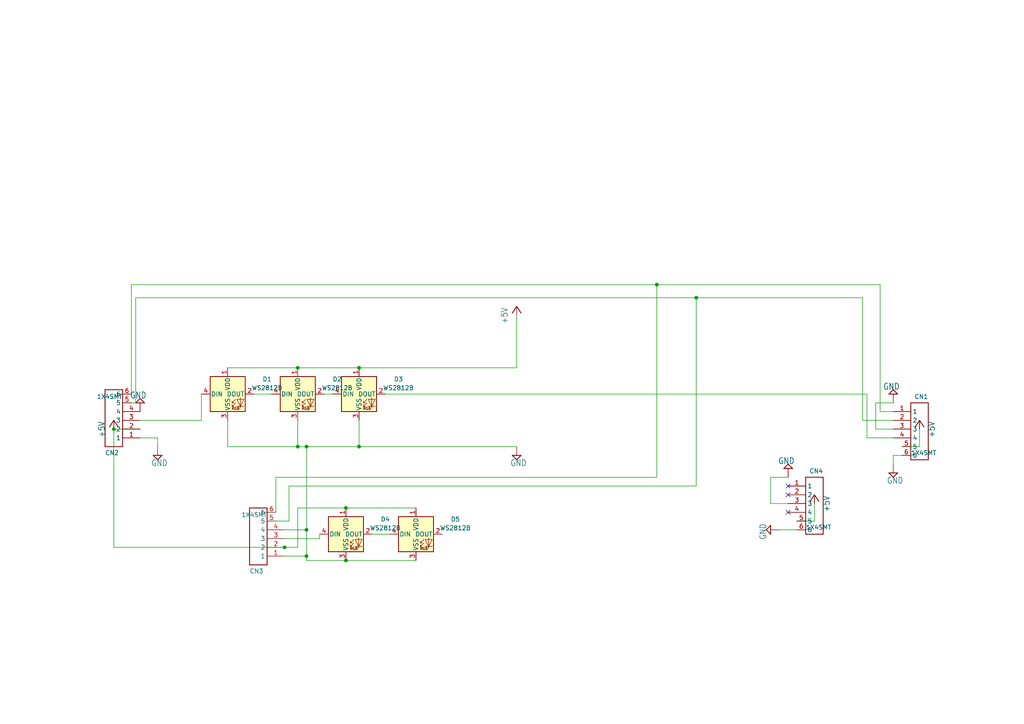
<source format=kicad_sch>
(kicad_sch (version 20211123) (generator eeschema)
  (paper "A4")
  (lib_symbols
    (symbol "1X4SMT_1"
      (property "Reference" "CN" (at 5.08 7.62 0))
      (property "Value" "1X4SMT_1" (at 0 -10.16 0))
      (symbol "1X4SMT_1_1_0"
        (polyline (pts (xy 0 -11.43) (xy 0 5.08)) (stroke (width 0.254)))
        (polyline (pts (xy 0 5.08) (xy 5.08 5.08)) (stroke (width 0.254)))
        (polyline (pts (xy 5.08 -11.43) (xy 0 -11.43)) (stroke (width 0.254)))
        (polyline (pts (xy 5.08 5.08) (xy 5.08 -11.43)) (stroke (width 0.254)))
        (pin bidirectional line (at -5.08 2.54 0) (length 5.08) (name "1") (number "1"))
        (pin bidirectional line (at -5.08 0 0) (length 5.08) (name "2") (number "2"))
        (pin bidirectional line (at -5.08 -2.54 0) (length 5.08) (name "3") (number "3"))
        (pin bidirectional line (at -5.08 -5.08 0) (length 5.08) (name "4") (number "4"))
      )
      (symbol "1X4SMT_1_1_1"
        (pin bidirectional line (at -2.54 -7.62 0) (length 2.54) (name "5") (number "5"))
        (pin bidirectional line (at -2.54 -10.16 0) (length 2.54) (name "6") (number "6"))
      )
    )
    (symbol "Adafruit NeoPixel 8 Stick-eagle-import:+5V" (power)
      (property "Value" "+5V" (at -2.54 -5.08 90))
      (symbol "+5V_1_0"
        (polyline (pts (xy 0 0) (xy -1.27 -1.905)) (stroke (width 0.254)))
        (polyline (pts (xy 1.27 -1.905) (xy 0 0)) (stroke (width 0.254)))
        (pin power_in line (at 0 -2.54 90) (length 2.54) (name "+5V") (number "1"))
      )
    )
    (symbol "Adafruit NeoPixel 8 Stick-eagle-import:1X4SMT"
      (property "Reference" "CN" (at 5.08 7.62 0))
      (property "Value" "1X4SMT" (at 0 -10.16 0))
      (symbol "1X4SMT_1_0"
        (polyline (pts (xy 0 -11.43) (xy 0 5.08)) (stroke (width 0.254)))
        (polyline (pts (xy 0 5.08) (xy 5.08 5.08)) (stroke (width 0.254)))
        (polyline (pts (xy 5.08 -11.43) (xy 0 -11.43)) (stroke (width 0.254)))
        (polyline (pts (xy 5.08 5.08) (xy 5.08 -11.43)) (stroke (width 0.254)))
        (pin bidirectional line (at -5.08 2.54 0) (length 5.08) (name "1") (number "1"))
        (pin bidirectional line (at -5.08 0 0) (length 5.08) (name "2") (number "2"))
        (pin bidirectional line (at -5.08 -2.54 0) (length 5.08) (name "3") (number "3"))
        (pin bidirectional line (at -5.08 -5.08 0) (length 5.08) (name "4") (number "4"))
      )
      (symbol "1X4SMT_1_1"
        (pin bidirectional line (at -2.54 -7.62 0) (length 2.54) (name "5") (number "5"))
        (pin bidirectional line (at -2.54 -10.16 0) (length 2.54) (name "6") (number "6"))
      )
    )
    (symbol "Adafruit NeoPixel 8 Stick-eagle-import:GND" (power)
      (property "Value" "GND" (at -1.905 -3.175 0))
      (symbol "GND_1_0"
        (polyline (pts (xy -1.27 0) (xy 1.27 0)) (stroke (width 0.254)))
        (polyline (pts (xy 0 -1.27) (xy -1.27 0)) (stroke (width 0.254)))
        (polyline (pts (xy 1.27 0) (xy 0 -1.27)) (stroke (width 0.254)))
        (pin power_in line (at 0 2.54 270) (length 2.54) (name "GND") (number "1"))
      )
    )
    (symbol "LED:WS2812B" (pin_names (offset 0.254))
      (property "Reference" "D" (at 5.08 5.715 0))
      (property "Value" "WS2812B" (at 1.27 -5.715 0))
      (symbol "WS2812B_0_0"
        (text "RGB" (at 2.286 -4.191 0) (effects (font (size 0.762 0.762))))
      )
      (symbol "WS2812B_0_1"
        (polyline (pts (xy 1.27 -3.556) (xy 1.778 -3.556)))
        (polyline (pts (xy 1.27 -2.54) (xy 1.778 -2.54)))
        (polyline (pts (xy 4.699 -3.556) (xy 2.667 -3.556)))
        (polyline (pts (xy 2.286 -2.54) (xy 1.27 -3.556) (xy 1.27 -3.048)))
        (polyline (pts (xy 2.286 -1.524) (xy 1.27 -2.54) (xy 1.27 -2.032)))
        (polyline (pts (xy 3.683 -1.016) (xy 3.683 -3.556) (xy 3.683 -4.064)))
        (polyline (pts (xy 4.699 -1.524) (xy 2.667 -1.524) (xy 3.683 -3.556) (xy 4.699 -1.524)))
        (rectangle (start 5.08 5.08) (end -5.08 -5.08) (stroke (width 0.254)) (fill (type background)))
      )
      (symbol "WS2812B_1_1"
        (pin power_in line (at 0 7.62 270) (length 2.54) (name "VDD") (number "1"))
        (pin output line (at 7.62 0 180) (length 2.54) (name "DOUT") (number "2"))
        (pin power_in line (at 0 -7.62 90) (length 2.54) (name "VSS") (number "3"))
        (pin input line (at -7.62 0 0) (length 2.54) (name "DIN") (number "4"))
      )
    )
  )
  (junction (at 104.14 106.68))
  (junction (at 88.9 153.67))
  (junction (at 82.55 158.75))
  (junction (at 88.9 129.54))
  (junction (at 100.33 147.32))
  (junction (at 201.93 86.36))
  (junction (at 100.33 162.56))
  (junction (at 33.02 124.46))
  (junction (at 104.14 129.54))
  (junction (at 88.9 161.29))
  (junction (at 86.36 129.54))
  (junction (at 86.36 106.68))
  (junction (at 190.5 82.55))
  (no_connect (at 228.6 148.59))
  (no_connect (at 228.6 140.97))
  (no_connect (at 228.6 143.51))
  (wire (pts (xy 231.14 151.13) (xy 236.22 151.13)))
  (wire (pts (xy 40.64 127) (xy 45.72 127)))
  (wire (pts (xy 100.33 147.32) (xy 120.65 147.32)))
  (wire (pts (xy 45.72 127) (xy 45.72 129.54)))
  (wire (pts (xy 259.08 132.08) (xy 259.08 134.62)))
  (wire (pts (xy 201.93 140.97) (xy 201.93 86.36)))
  (wire (pts (xy 236.22 151.13) (xy 236.22 146.05)))
  (wire (pts (xy 86.36 147.32) (xy 100.33 147.32)))
  (wire (pts (xy 38.1 116.84) (xy 39.37 116.84)))
  (wire (pts (xy 40.64 121.92) (xy 58.42 121.92)))
  (wire (pts (xy 86.36 106.68) (xy 104.14 106.68)))
  (wire (pts (xy 254 116.84) (xy 259.08 116.84)))
  (wire (pts (xy 254 124.46) (xy 254 116.84)))
  (wire (pts (xy 73.66 114.3) (xy 78.74 114.3)))
  (wire (pts (xy 251.46 114.3) (xy 251.46 127)))
  (wire (pts (xy 255.27 82.55) (xy 255.27 119.38)))
  (wire (pts (xy 66.04 106.68) (xy 86.36 106.68)))
  (wire (pts (xy 107.95 154.94) (xy 113.03 154.94)))
  (wire (pts (xy 250.19 86.36) (xy 250.19 121.92)))
  (wire (pts (xy 201.93 86.36) (xy 250.19 86.36)))
  (wire (pts (xy 104.14 106.68) (xy 149.86 106.68)))
  (wire (pts (xy 111.76 114.3) (xy 251.46 114.3)))
  (wire (pts (xy 66.04 121.92) (xy 66.04 129.54)))
  (wire (pts (xy 223.52 146.05) (xy 228.6 146.05)))
  (wire (pts (xy 88.9 129.54) (xy 104.14 129.54)))
  (wire (pts (xy 38.1 82.55) (xy 190.5 82.55)))
  (wire (pts (xy 86.36 129.54) (xy 88.9 129.54)))
  (wire (pts (xy 93.98 114.3) (xy 96.52 114.3)))
  (wire (pts (xy 190.5 82.55) (xy 255.27 82.55)))
  (wire (pts (xy 82.55 158.75) (xy 33.02 158.75)))
  (wire (pts (xy 88.9 162.56) (xy 88.9 161.29)))
  (wire (pts (xy 83.82 140.97) (xy 201.93 140.97)))
  (wire (pts (xy 88.9 153.67) (xy 88.9 129.54)))
  (wire (pts (xy 58.42 121.92) (xy 58.42 114.3)))
  (wire (pts (xy 223.52 146.05) (xy 223.52 138.43)))
  (wire (pts (xy 231.14 153.67) (xy 226.06 153.67)))
  (wire (pts (xy 88.9 161.29) (xy 88.9 153.67)))
  (wire (pts (xy 190.5 138.43) (xy 190.5 82.55)))
  (wire (pts (xy 80.01 151.13) (xy 83.82 151.13)))
  (wire (pts (xy 80.01 148.59) (xy 80.01 138.43)))
  (wire (pts (xy 100.33 162.56) (xy 88.9 162.56)))
  (wire (pts (xy 39.37 86.36) (xy 201.93 86.36)))
  (wire (pts (xy 86.36 121.92) (xy 86.36 129.54)))
  (wire (pts (xy 66.04 129.54) (xy 86.36 129.54)))
  (wire (pts (xy 250.19 121.92) (xy 259.08 121.92)))
  (wire (pts (xy 92.71 156.21) (xy 92.71 154.94)))
  (wire (pts (xy 223.52 138.43) (xy 228.6 138.43)))
  (wire (pts (xy 82.55 161.29) (xy 88.9 161.29)))
  (wire (pts (xy 104.14 129.54) (xy 149.86 129.54)))
  (wire (pts (xy 33.02 124.46) (xy 40.64 124.46)))
  (wire (pts (xy 83.82 151.13) (xy 83.82 140.97)))
  (wire (pts (xy 82.55 156.21) (xy 92.71 156.21)))
  (wire (pts (xy 251.46 127) (xy 259.08 127)))
  (wire (pts (xy 82.55 158.75) (xy 86.36 158.75)))
  (wire (pts (xy 255.27 119.38) (xy 259.08 119.38)))
  (wire (pts (xy 80.01 138.43) (xy 190.5 138.43)))
  (wire (pts (xy 259.08 124.46) (xy 254 124.46)))
  (wire (pts (xy 39.37 116.84) (xy 39.37 86.36)))
  (wire (pts (xy 100.33 162.56) (xy 120.65 162.56)))
  (wire (pts (xy 86.36 158.75) (xy 86.36 147.32)))
  (wire (pts (xy 261.62 132.08) (xy 259.08 132.08)))
  (wire (pts (xy 261.62 129.54) (xy 266.7 129.54)))
  (wire (pts (xy 104.14 121.92) (xy 104.14 129.54)))
  (wire (pts (xy 82.55 153.67) (xy 88.9 153.67)))
  (wire (pts (xy 38.1 114.3) (xy 38.1 82.55)))
  (wire (pts (xy 149.86 91.44) (xy 149.86 106.68)))
  (wire (pts (xy 33.02 158.75) (xy 33.02 124.46)))
  (wire (pts (xy 266.7 129.54) (xy 266.7 124.46)))
  (symbol (lib_id "LED:WS2812B") (at 100.33 154.94 0) (unit 1)
    (property "Reference" "D4" (at 111.76 150.6093 0))
    (property "Value" "WS2812B" (at 111.76 153.1493 0))
    (property "Footprint" "LED_SMD:LED_WS2812B_PLCC4_5.0x5.0mm_P3.2mm" (effects hide))
    (property "Datasheet" "https://cdn-shop.adafruit.com/datasheets/WS2812B.pdf" (effects hide))
  )
  (symbol (lib_id "LED:WS2812B") (at 120.65 154.94 0) (unit 1)
    (property "Reference" "D5" (at 132.08 150.6093 0))
    (property "Value" "WS2812B" (at 132.08 153.1493 0))
    (property "Footprint" "LED_SMD:LED_WS2812B_PLCC4_5.0x5.0mm_P3.2mm" (effects hide))
    (property "Datasheet" "https://cdn-shop.adafruit.com/datasheets/WS2812B.pdf" (effects hide))
  )
  (symbol (lib_name "1X4SMT_1") (lib_id "Adafruit NeoPixel 8 Stick-eagle-import:1X4SMT") (at 233.68 143.51 0) (unit 1)
    (property "Reference" "CN4" (at 238.76 135.89 0) (effects (justify right top)))
    (property "Value" "1X4SMT" (at 233.68 153.67 0) (effects (justify left bottom)))
    (property "Footprint" "Adafruit NeoPixel 8 Stick:1X4-SMT" (effects hide))
  )
  (symbol (lib_id "LED:WS2812B") (at 86.36 114.3 0) (unit 1)
    (property "Reference" "D2" (at 97.79 109.9693 0))
    (property "Value" "WS2812B" (at 97.79 112.5093 0))
    (property "Footprint" "LED_SMD:LED_WS2812B_PLCC4_5.0x5.0mm_P3.2mm" (effects hide))
    (property "Datasheet" "https://cdn-shop.adafruit.com/datasheets/WS2812B.pdf" (effects hide))
  )
  (symbol (lib_id "Adafruit NeoPixel 8 Stick-eagle-import:GND") (at 40.64 116.84 180) (unit 1)
    (property "Reference" "#SUPPLY02" (effects hide))
    (property "Value" "GND" (at 42.545 113.665 0) (effects (font (size 1.778 1.5113)) (justify left bottom)))
    (property "Footprint" "Adafruit NeoPixel 8 Stick:" (effects hide))
  )
  (symbol (lib_id "Adafruit NeoPixel 8 Stick-eagle-import:+5V") (at 33.02 121.92 0) (unit 1)
    (property "Reference" "#P+011" (effects hide))
    (property "Value" "+5V" (at 30.48 127 90) (effects (font (size 1.778 1.5113)) (justify left bottom)))
    (property "Footprint" "Adafruit NeoPixel 8 Stick:" (effects hide))
  )
  (symbol (lib_id "Adafruit NeoPixel 8 Stick-eagle-import:GND") (at 228.6 135.89 180) (unit 1)
    (property "Reference" "#SUPPLY0102" (effects hide))
    (property "Value" "GND" (at 230.505 132.715 0) (effects (font (size 1.778 1.5113)) (justify left bottom)))
    (property "Footprint" "Adafruit NeoPixel 8 Stick:" (effects hide))
  )
  (symbol (lib_id "Adafruit NeoPixel 8 Stick-eagle-import:+5V") (at 236.22 143.51 0) (mirror y) (unit 1)
    (property "Reference" "#P+0101" (effects hide))
    (property "Value" "+5V" (at 238.76 148.59 90) (effects (font (size 1.778 1.5113)) (justify left bottom)))
    (property "Footprint" "Adafruit NeoPixel 8 Stick:" (effects hide))
  )
  (symbol (lib_id "Adafruit NeoPixel 8 Stick-eagle-import:GND") (at 45.72 132.08 0) (unit 1)
    (property "Reference" "#SUPPLY07" (effects hide))
    (property "Value" "GND" (at 43.815 135.255 0) (effects (font (size 1.778 1.5113)) (justify left bottom)))
    (property "Footprint" "Adafruit NeoPixel 8 Stick:" (effects hide))
  )
  (symbol (lib_id "Adafruit NeoPixel 8 Stick-eagle-import:1X4SMT") (at 35.56 124.46 180) (unit 1)
    (property "Reference" "CN2" (at 30.48 132.08 0) (effects (justify right top)))
    (property "Value" "1X4SMT" (at 35.56 114.3 0) (effects (justify left bottom)))
    (property "Footprint" "Adafruit NeoPixel 8 Stick:1X4-SMT" (effects hide))
  )
  (symbol (lib_id "LED:WS2812B") (at 66.04 114.3 0) (unit 1)
    (property "Reference" "D1" (at 77.47 109.9693 0))
    (property "Value" "WS2812B" (at 77.47 112.5093 0))
    (property "Footprint" "LED_SMD:LED_WS2812B_PLCC4_5.0x5.0mm_P3.2mm" (effects hide))
    (property "Datasheet" "https://cdn-shop.adafruit.com/datasheets/WS2812B.pdf" (effects hide))
  )
  (symbol (lib_id "Adafruit NeoPixel 8 Stick-eagle-import:1X4SMT") (at 77.47 158.75 180) (unit 1)
    (property "Reference" "CN3" (at 72.39 166.37 0) (effects (justify right top)))
    (property "Value" "1X4SMT" (at 77.47 148.59 0) (effects (justify left bottom)))
    (property "Footprint" "Adafruit NeoPixel 8 Stick:1X4-SMT" (effects hide))
  )
  (symbol (lib_id "Adafruit NeoPixel 8 Stick-eagle-import:+5V") (at 149.86 88.9 0) (unit 1)
    (property "Reference" "#P+02" (effects hide))
    (property "Value" "+5V" (at 147.32 93.98 90) (effects (font (size 1.778 1.5113)) (justify left bottom)))
    (property "Footprint" "Adafruit NeoPixel 8 Stick:" (effects hide))
  )
  (symbol (lib_name "1X4SMT_1") (lib_id "Adafruit NeoPixel 8 Stick-eagle-import:1X4SMT") (at 264.16 121.92 0) (unit 1)
    (property "Reference" "CN1" (at 269.24 114.3 0) (effects (justify right top)))
    (property "Value" "1X4SMT" (at 264.16 132.08 0) (effects (justify left bottom)))
    (property "Footprint" "Adafruit NeoPixel 8 Stick:1X4-SMT" (effects hide))
  )
  (symbol (lib_id "Adafruit NeoPixel 8 Stick-eagle-import:+5V") (at 266.7 121.92 0) (mirror y) (unit 1)
    (property "Reference" "#P+01" (effects hide))
    (property "Value" "+5V" (at 269.24 127 90) (effects (font (size 1.778 1.5113)) (justify left bottom)))
    (property "Footprint" "Adafruit NeoPixel 8 Stick:" (effects hide))
  )
  (symbol (lib_id "Adafruit NeoPixel 8 Stick-eagle-import:GND") (at 149.86 132.08 0) (unit 1)
    (property "Reference" "#SUPPLY03" (effects hide))
    (property "Value" "GND" (at 147.955 135.255 0) (effects (font (size 1.778 1.5113)) (justify left bottom)))
    (property "Footprint" "Adafruit NeoPixel 8 Stick:" (effects hide))
  )
  (symbol (lib_id "Adafruit NeoPixel 8 Stick-eagle-import:GND") (at 223.52 153.67 270) (unit 1)
    (property "Reference" "#SUPPLY0101" (effects hide))
    (property "Value" "GND" (at 220.345 151.765 0) (effects (font (size 1.778 1.5113)) (justify left bottom)))
    (property "Footprint" "Adafruit NeoPixel 8 Stick:" (effects hide))
  )
  (symbol (lib_id "Adafruit NeoPixel 8 Stick-eagle-import:GND") (at 259.08 137.16 0) (unit 1)
    (property "Reference" "#SUPPLY09" (effects hide))
    (property "Value" "GND" (at 257.175 140.335 0) (effects (font (size 1.778 1.5113)) (justify left bottom)))
    (property "Footprint" "Adafruit NeoPixel 8 Stick:" (effects hide))
  )
  (symbol (lib_id "Adafruit NeoPixel 8 Stick-eagle-import:GND") (at 259.08 114.3 180) (unit 1)
    (property "Reference" "#SUPPLY01" (effects hide))
    (property "Value" "GND" (at 260.985 111.125 0) (effects (font (size 1.778 1.5113)) (justify left bottom)))
    (property "Footprint" "Adafruit NeoPixel 8 Stick:" (effects hide))
  )
  (symbol (lib_id "LED:WS2812B") (at 104.14 114.3 0) (unit 1)
    (property "Reference" "D3" (at 115.57 109.9693 0))
    (property "Value" "WS2812B" (at 115.57 112.5093 0))
    (property "Footprint" "LED_SMD:LED_WS2812B_PLCC4_5.0x5.0mm_P3.2mm" (effects hide))
    (property "Datasheet" "https://cdn-shop.adafruit.com/datasheets/WS2812B.pdf" (effects hide))
  )
)
</source>
